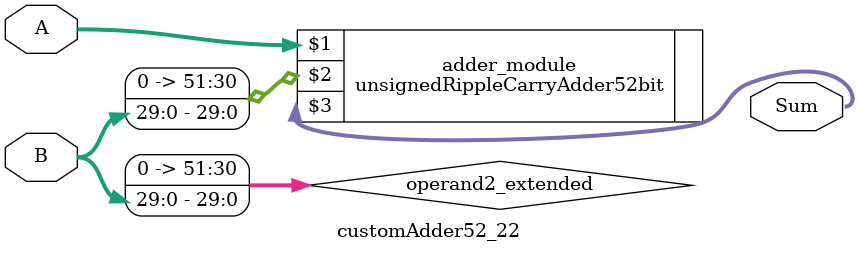
<source format=v>
module customAdder52_22(
                        input [51 : 0] A,
                        input [29 : 0] B,
                        
                        output [52 : 0] Sum
                );

        wire [51 : 0] operand2_extended;
        
        assign operand2_extended =  {22'b0, B};
        
        unsignedRippleCarryAdder52bit adder_module(
            A,
            operand2_extended,
            Sum
        );
        
        endmodule
        
</source>
